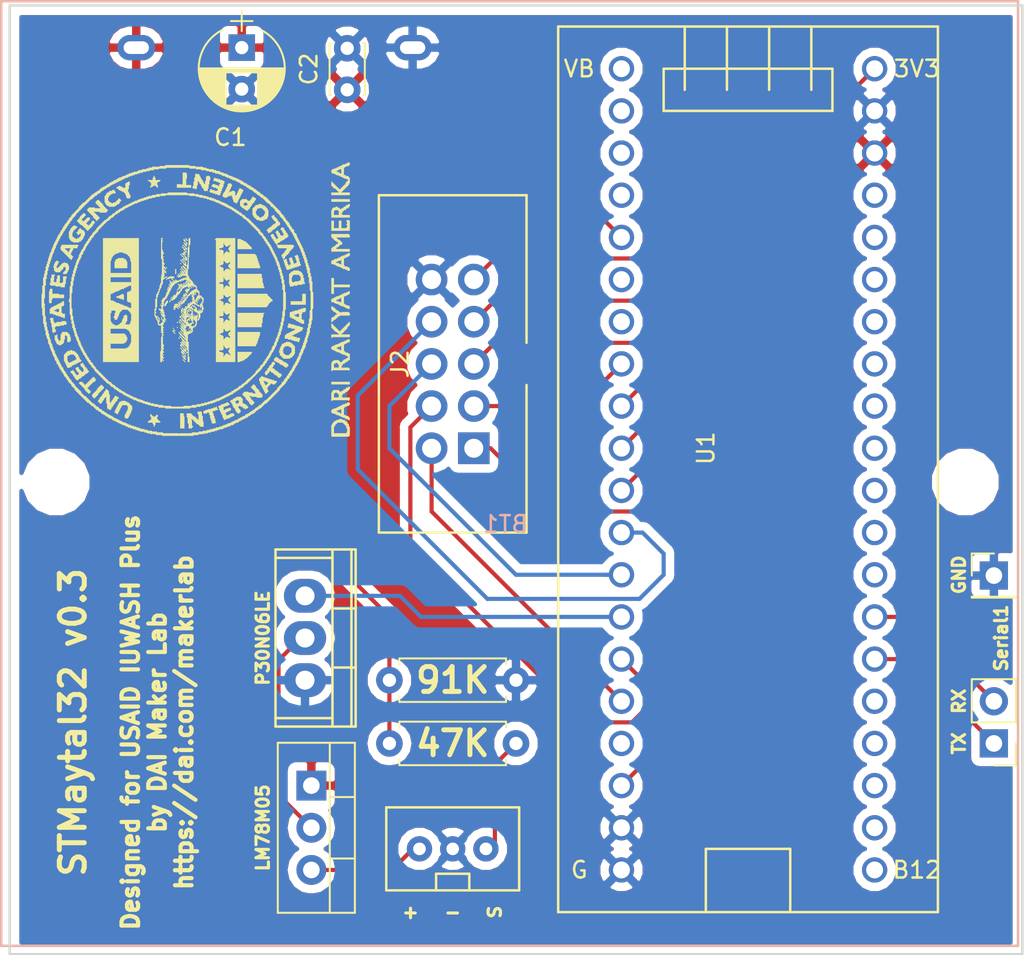
<source format=kicad_pcb>
(kicad_pcb (version 20171130) (host pcbnew "(5.0.1-3-g963ef8bb5)")
  (layers (0 F.Cu signal) (31 B.Cu signal) (34 B.Paste user) (35 F.Paste user) (36 B.SilkS user) (37 F.SilkS user) (38 B.Mask user) (39 F.Mask user) (44 Edge.Cuts user))
  (net 0 "")
  (net 1 VBAT)
  (net 2 GND)
  (net 3 "Net-(J1-Pad3)")
  (net 4 "Net-(J1-Pad1)")
  (net 5 PRESSURE)
  (net 6 "Net-(U1-Pad2)")
  (net 7 "Net-(U1-Pad4)")
  (net 8 "Net-(U1-Pad11)")
  (net 9 "Net-(U1-Pad12)")
  (net 10 RST)
  (net 11 "Net-(U1-Pad7)")
  (net 12 "Net-(U1-Pad42)")
  (net 13 "Net-(U1-Pad27)")
  (net 14 "Net-(U1-Pad32)")
  (net 15 "Net-(U1-Pad33)")
  (net 16 "Net-(U1-Pad28)")
  (net 17 "Net-(U1-Pad41)")
  (net 18 "Net-(U1-Pad40)")
  (net 19 "Net-(U1-Pad46)")
  (net 20 "Net-(U1-Pad45)")
  (net 21 G0)
  (net 22 "Net-(U1-Pad43)")
  (net 23 "Net-(U1-Pad39)")
  (net 24 Q1_BASE)
  (net 25 "Net-(Q1-Pad2)")
  (net 26 SCK-RX)
  (net 27 MISO-TX)
  (net 28 MOSI-KEY)
  (net 29 CS-RI)
  (net 30 G1-PSTAT)
  (net 31 "Net-(U1-Pad29)")
  (net 32 EN)
  (net 33 VCC)
  (net 34 "Net-(U1-Pad26)")
  (net 35 "Net-(U1-Pad25)")
  (net 36 "Net-(U1-Pad1)")
  (net 37 SERIAL1.RX)
  (net 38 SERIAL1.TX)
  (net 39 "Net-(U1-Pad3)")
  (module DAI_Maker_Lab_footprints:2x05-JTAG-type-connector (layer F.Cu) (at 121.92 95.25 270)
    (fp_text reference J2 (at 0 3.175 270) (layer F.SilkS))
    (fp_text value Conn_02x05_Counter_Clockwise hide)
    (pad 2 thru_hole circle (at 5.08 1.27 270) (size 1.905 1.905) (drill 1.143) (layers *.Cu *.Mask) (net 32 EN))
    (pad 4 thru_hole circle (at 2.54 1.27 270) (size 1.905 1.905) (drill 1.143) (layers *.Cu *.Mask) (net 30 G1-PSTAT))
    (pad 6 thru_hole circle (at 0 1.27 270) (size 1.905 1.905) (drill 1.143) (layers *.Cu *.Mask) (net 10 RST))
    (pad 8 thru_hole circle (at -2.54 1.27 270) (size 1.905 1.905) (drill 1.143) (layers *.Cu *.Mask) (net 28 MOSI-KEY))
    (pad 10 thru_hole circle (at -5.08 1.27 270) (size 1.905 1.905) (drill 1.143) (layers *.Cu *.Mask) (net 2 GND))
    (pad 1 thru_hole rect (at 5.08 -1.27 270) (size 1.905 1.905) (drill 1.143) (layers *.Cu *.Mask) (net 33 VCC))
    (pad 9 thru_hole circle (at -5.08 -1.27 270) (size 1.905 1.905) (drill 1.143) (layers *.Cu *.Mask) (net 27 MISO-TX))
    (pad 3 thru_hole circle (at 2.54 -1.27 270) (size 1.905 1.905) (drill 1.143) (layers *.Cu *.Mask) (net 21 G0))
    (pad 7 thru_hole circle (at -2.54 -1.27 270) (size 1.905 1.905) (drill 1.143) (layers *.Cu *.Mask) (net 26 SCK-RX))
    (pad 5 thru_hole circle (at 0 -1.27 270) (size 1.905 1.905) (drill 1.143) (layers *.Cu *.Mask) (net 29 CS-RI))
  )
  (module Capacitors_THT:CP_Radial_D5.0mm_P2.50mm (layer F.Cu) (at 109.22 76.2 270)
    (fp_text reference C1 (at 5.40377 0.687832) (layer F.SilkS))
    (fp_text value 10uF)
    (pad 2 thru_hole circle (at 2.5 0 270) (size 1.6 1.6) (drill 0.8) (layers *.Cu *.Mask) (net 2 GND))
    (pad 1 thru_hole rect (at 0 0 270) (size 1.6 1.6) (drill 0.8) (layers *.Cu *.Mask) (net 1 VBAT))
  )
  (module Resistors_THT:R_Axial_DIN0207_L6.3mm_D2.5mm_P7.62mm_Horizontal (layer F.Cu) (at 125.73 118.11 180)
    (fp_text reference R1 hide)
    (fp_text value 47K)
    (pad 1 thru_hole circle (at 0 0 180) (size 1.6 1.6) (drill 0.8) (layers *.Cu *.Mask) (net 3 "Net-(J1-Pad3)"))
    (pad 2 thru_hole oval (at 7.62 0 180) (size 1.6 1.6) (drill 0.8) (layers *.Cu *.Mask) (net 5 PRESSURE))
  )
  (module Resistors_THT:R_Axial_DIN0207_L6.3mm_D2.5mm_P7.62mm_Horizontal (layer F.Cu) (at 118.11 114.3)
    (fp_text reference R2 hide)
    (fp_text value 91K)
    (pad 2 thru_hole oval (at 7.62 0) (size 1.6 1.6) (drill 0.8) (layers *.Cu *.Mask) (net 2 GND))
    (pad 1 thru_hole circle (at 0 0) (size 1.6 1.6) (drill 0.8) (layers *.Cu *.Mask) (net 5 PRESSURE))
  )
  (module DAI_Maker_Lab_footprints:STM32_Blue_Pill (layer F.Cu) (at 139.7 102.87 180)
    (fp_text reference U1 (at 2.54 2.54 270) (layer F.SilkS))
    (fp_text value STM32_Blue_Pill)
    (fp_text user G (at 10.16 -22.86 180) (layer F.SilkS))
    (fp_text user B12 (at -10.16 -22.86 180) (layer F.SilkS))
    (fp_text user VB (at 10.16 25.4 180) (layer F.SilkS))
    (fp_text user 3V3 (at -10.16 25.4 180) (layer F.SilkS))
    (pad 1 thru_hole circle (at 7.62 25.4 180) (size 1.524 1.524) (drill 1.016) (layers *.Cu *.Mask) (net 36 "Net-(U1-Pad1)"))
    (pad 2 thru_hole circle (at 7.62 22.86 180) (size 1.524 1.524) (drill 1.016) (layers *.Cu *.Mask) (net 6 "Net-(U1-Pad2)"))
    (pad 3 thru_hole circle (at 7.62 20.32 180) (size 1.524 1.524) (drill 1.016) (layers *.Cu *.Mask) (net 39 "Net-(U1-Pad3)"))
    (pad 4 thru_hole circle (at 7.62 17.78 180) (size 1.524 1.524) (drill 1.016) (layers *.Cu *.Mask) (net 7 "Net-(U1-Pad4)"))
    (pad 10 thru_hole circle (at 7.62 15.24 180) (size 1.524 1.524) (drill 1.016) (layers *.Cu *.Mask) (net 5 PRESSURE))
    (pad 11 thru_hole circle (at 7.62 12.7 180) (size 1.524 1.524) (drill 1.016) (layers *.Cu *.Mask) (net 8 "Net-(U1-Pad11)"))
    (pad 12 thru_hole circle (at 7.62 10.16 180) (size 1.524 1.524) (drill 1.016) (layers *.Cu *.Mask) (net 9 "Net-(U1-Pad12)"))
    (pad 13 thru_hole circle (at 7.62 7.62 180) (size 1.524 1.524) (drill 1.016) (layers *.Cu *.Mask) (net 21 G0))
    (pad 14 thru_hole circle (at 7.62 5.08 180) (size 1.524 1.524) (drill 1.016) (layers *.Cu *.Mask) (net 29 CS-RI))
    (pad 15 thru_hole circle (at 7.62 2.54 180) (size 1.524 1.524) (drill 1.016) (layers *.Cu *.Mask) (net 26 SCK-RX))
    (pad 16 thru_hole circle (at 7.62 0 180) (size 1.524 1.524) (drill 1.016) (layers *.Cu *.Mask) (net 27 MISO-TX))
    (pad 17 thru_hole circle (at 7.62 -2.54 180) (size 1.524 1.524) (drill 1.016) (layers *.Cu *.Mask) (net 28 MOSI-KEY))
    (pad 18 thru_hole circle (at 7.62 -5.08 180) (size 1.524 1.524) (drill 1.016) (layers *.Cu *.Mask) (net 10 RST))
    (pad 19 thru_hole circle (at 7.62 -7.62 180) (size 1.524 1.524) (drill 1.016) (layers *.Cu *.Mask) (net 24 Q1_BASE))
    (pad 21 thru_hole circle (at 7.62 -10.16 180) (size 1.524 1.524) (drill 1.016) (layers *.Cu *.Mask) (net 30 G1-PSTAT))
    (pad 22 thru_hole circle (at 7.62 -12.7 180) (size 1.524 1.524) (drill 1.016) (layers *.Cu *.Mask) (net 32 EN))
    (pad 7 thru_hole circle (at 7.62 -15.24 180) (size 1.524 1.524) (drill 1.016) (layers *.Cu *.Mask) (net 11 "Net-(U1-Pad7)"))
    (pad 3V3 thru_hole circle (at 7.62 -17.78 180) (size 1.524 1.524) (drill 1.016) (layers *.Cu *.Mask) (net 33 VCC))
    (pad GND thru_hole circle (at 7.62 -20.32 180) (size 1.524 1.524) (drill 1.016) (layers *.Cu *.Mask) (net 2 GND))
    (pad GND thru_hole circle (at 7.62 -22.86 180) (size 1.524 1.524) (drill 1.016) (layers *.Cu *.Mask) (net 2 GND))
    (pad 3V3 thru_hole circle (at -7.62 25.4 180) (size 1.524 1.524) (drill 1.016) (layers *.Cu *.Mask) (net 33 VCC))
    (pad 42 thru_hole circle (at -7.62 10.16 180) (size 1.524 1.524) (drill 1.016) (layers *.Cu *.Mask) (net 12 "Net-(U1-Pad42)"))
    (pad 27 thru_hole circle (at -7.62 -17.78 180) (size 1.524 1.524) (drill 1.016) (layers *.Cu *.Mask) (net 13 "Net-(U1-Pad27)"))
    (pad 32 thru_hole circle (at -7.62 -5.08 180) (size 1.524 1.524) (drill 1.016) (layers *.Cu *.Mask) (net 14 "Net-(U1-Pad32)"))
    (pad 31 thru_hole circle (at -7.62 -7.62 180) (size 1.524 1.524) (drill 1.016) (layers *.Cu *.Mask) (net 37 SERIAL1.RX))
    (pad 33 thru_hole circle (at -7.62 -2.54 180) (size 1.524 1.524) (drill 1.016) (layers *.Cu *.Mask) (net 15 "Net-(U1-Pad33)"))
    (pad 38 thru_hole circle (at -7.62 0 180) (size 1.524 1.524) (drill 1.016) (layers *.Cu *.Mask))
    (pad 30 thru_hole circle (at -7.62 -10.16 180) (size 1.524 1.524) (drill 1.016) (layers *.Cu *.Mask) (net 38 SERIAL1.TX))
    (pad 28 thru_hole circle (at -7.62 -15.24 180) (size 1.524 1.524) (drill 1.016) (layers *.Cu *.Mask) (net 16 "Net-(U1-Pad28)"))
    (pad 26 thru_hole circle (at -7.62 -20.32 180) (size 1.524 1.524) (drill 1.016) (layers *.Cu *.Mask) (net 34 "Net-(U1-Pad26)"))
    (pad 41 thru_hole circle (at -7.62 7.62 180) (size 1.524 1.524) (drill 1.016) (layers *.Cu *.Mask) (net 17 "Net-(U1-Pad41)"))
    (pad 40 thru_hole circle (at -7.62 5.08 180) (size 1.524 1.524) (drill 1.016) (layers *.Cu *.Mask) (net 18 "Net-(U1-Pad40)"))
    (pad 29 thru_hole circle (at -7.62 -12.7 180) (size 1.524 1.524) (drill 1.016) (layers *.Cu *.Mask) (net 31 "Net-(U1-Pad29)"))
    (pad 46 thru_hole circle (at -7.62 17.78 180) (size 1.524 1.524) (drill 1.016) (layers *.Cu *.Mask) (net 19 "Net-(U1-Pad46)"))
    (pad 45 thru_hole circle (at -7.62 15.24 180) (size 1.524 1.524) (drill 1.016) (layers *.Cu *.Mask) (net 20 "Net-(U1-Pad45)"))
    (pad 5V thru_hole circle (at -7.62 20.32 180) (size 1.524 1.524) (drill 1.016) (layers *.Cu *.Mask) (net 1 VBAT))
    (pad 25 thru_hole circle (at -7.62 -22.86 180) (size 1.524 1.524) (drill 1.016) (layers *.Cu *.Mask) (net 35 "Net-(U1-Pad25)"))
    (pad GND thru_hole circle (at -7.62 22.86 180) (size 1.524 1.524) (drill 1.016) (layers *.Cu *.Mask) (net 2 GND))
    (pad 43 thru_hole circle (at -7.62 12.7 180) (size 1.524 1.524) (drill 1.016) (layers *.Cu *.Mask) (net 22 "Net-(U1-Pad43)"))
    (pad 39 thru_hole circle (at -7.62 2.54 180) (size 1.524 1.524) (drill 1.016) (layers *.Cu *.Mask) (net 23 "Net-(U1-Pad39)"))
  )
  (module Power_Integrations:TO-220 (layer F.Cu) (at 113.03 111.76 270)
    (fp_text reference Q1 hide)
    (fp_text value P30N06LE hide)
    (pad 1 thru_hole oval (at -2.54 0 270) (size 2.032 2.54) (drill 1.143) (layers *.Cu *.Mask) (net 24 Q1_BASE))
    (pad 3 thru_hole oval (at 2.54 0 270) (size 2.032 2.54) (drill 1.143) (layers *.Cu *.Mask) (net 2 GND))
    (pad 2 thru_hole oval (at 0 0 270) (size 2.032 2.54) (drill 1.143) (layers *.Cu *.Mask) (net 25 "Net-(Q1-Pad2)"))
  )
  (module TO_SOT_Packages_THT:TO-220-3_Vertical (layer F.Cu) (at 113.411 120.65 270)
    (fp_text reference U2 hide)
    (fp_text value LM78M05_TO220 hide)
    (pad 3 thru_hole oval (at 5.08 0 270) (size 1.8 1.8) (drill 1) (layers *.Cu *.Mask) (net 4 "Net-(J1-Pad1)"))
    (pad 2 thru_hole oval (at 2.54 0 270) (size 1.8 1.8) (drill 1) (layers *.Cu *.Mask) (net 25 "Net-(Q1-Pad2)"))
    (pad 1 thru_hole rect (at 0 0 270) (size 1.8 1.8) (drill 1) (layers *.Cu *.Mask) (net 1 VBAT))
  )
  (module Capacitors_THT:C_Disc_D3.0mm_W2.0mm_P2.50mm (layer F.Cu) (at 115.57 78.74 90)
    (fp_text reference C2 (at 1.25 -2.31 90) (layer F.SilkS))
    (fp_text value 0.1uF)
    (pad 2 thru_hole circle (at 2.5 0 90) (size 1.6 1.6) (drill 0.8) (layers *.Cu *.Mask) (net 2 GND))
    (pad 1 thru_hole circle (at 0 0 90) (size 1.6 1.6) (drill 0.8) (layers *.Cu *.Mask) (net 1 VBAT))
  )
  (module Pin_Headers:Pin_Header_Straight_1x01_Pitch2.54mm (layer F.Cu) (at 154.5 108)
    (fp_text reference J3 hide)
    (fp_text value Conn_01x01_Male hide)
    (pad 1 thru_hole rect (at 0 0) (size 1.7 1.7) (drill 1) (layers *.Cu *.Mask) (net 2 GND))
  )
  (module Pin_Headers:Pin_Header_Straight_1x02_Pitch2.54mm (layer F.Cu) (at 154.5 118.11 180)
    (fp_text reference J4 hide)
    (fp_text value Conn_01x02_Male hide)
    (pad 2 thru_hole oval (at 0 2.54 180) (size 1.7 1.7) (drill 1) (layers *.Cu *.Mask) (net 37 SERIAL1.RX))
    (pad 1 thru_hole rect (at 0 0 180) (size 1.7 1.7) (drill 1) (layers *.Cu *.Mask) (net 38 SERIAL1.TX))
  )
  (module DAI_Maker_Lab_footprints:dari_rakyat_america_narrow (layer F.Cu) (at 96.52 100.33 90)
    (fp_text reference "" hide)
    (fp_text value "" (at 0 0 90) (layer F.SilkS) (effects (font (size 1.27 1.27))))
  )
  (module DAI_Maker_Lab_footprints:BC4AAPC_Battery_Holder (layer B.Cu) (at 125.095 102.87 180)
    (fp_text reference BT1 (at 0 -2.032 180) (layer B.SilkS) (effects (justify mirror)))
    (fp_text value Battery)
    (pad "" np_thru_hole circle (at 27.051 0.508 180) (size 3 3) (drill 3) (layers *.Cu *.Mask))
    (pad "" np_thru_hole circle (at -27.686 0.508 180) (size 3 3) (drill 3) (layers *.Cu *.Mask))
    (pad 2 thru_hole oval (at 5.588 26.67 180) (size 2.286 1.524) (drill oval 1.524 0.762) (layers *.Cu *.Mask) (net 2 GND))
    (pad 1 thru_hole oval (at 22.225 26.67 180) (size 2.286 1.524) (drill oval 1.524 0.762) (layers *.Cu *.Mask) (net 1 VBAT))
  )
  (module DAI_Maker_Lab_footprints:JST-PH-2.0-3_pin (layer F.Cu) (at 121.92 124.46 90)
    (fp_text reference J1 hide)
    (fp_text value Conn_01x03_Male hide)
    (pad 2 thru_hole circle (at 0 0 90) (size 1.524 1.524) (drill 0.762) (layers *.Cu *.Mask) (net 2 GND))
    (pad 1 thru_hole circle (at 0 -2 90) (size 1.524 1.524) (drill 0.762) (layers *.Cu *.Mask) (net 4 "Net-(J1-Pad1)"))
    (pad 3 thru_hole circle (at 0 2 90) (size 1.524 1.524) (drill 0.762) (layers *.Cu *.Mask) (net 3 "Net-(J1-Pad3)"))
  )
  (gr_text Serial1 (at 154.94 111.76 90) (layer F.SilkS) (effects (font (size 0.75 0.75) (thickness 0.1875))))
  (gr_text P30N06LE (at 110.49 111.76 90) (layer F.SilkS) (effects (font (size 0.75 0.75) (thickness 0.1875))))
  (gr_text LM78M05 (at 110.49 123.19 90) (layer F.SilkS) (effects (font (size 0.75 0.75) (thickness 0.1875))))
  (gr_text 47K (at 121.92 118.11) (layer F.SilkS) (effects (font (size 1.5 1.5) (thickness 0.3))))
  (gr_text 91K (at 121.92 114.3) (layer F.SilkS) (effects (font (size 1.5 1.5) (thickness 0.3))))
  (gr_text TX (at 152.4 118.11 90) (layer F.SilkS) (effects (font (size 0.75 0.75) (thickness 0.1875))))
  (gr_text RX (at 152.4 115.57 90) (layer F.SilkS) (effects (font (size 0.75 0.75) (thickness 0.1875))))
  (gr_text GND (at 152.4 107.95 90) (layer F.SilkS) (effects (font (size 0.75 0.75) (thickness 0.1875))))
  (gr_text S (at 124.46 128.27 90) (layer F.SilkS) (effects (font (size 0.75 0.75) (thickness 0.1875))))
  (gr_text - (at 121.92 128.27) (layer F.SilkS) (effects (font (size 0.75 0.75) (thickness 0.1875))))
  (gr_text + (at 119.38 128.27) (layer F.SilkS) (effects (font (size 0.75 0.75) (thickness 0.1875))))
  (gr_line (start 95.25 130.81) (end 95.25 73.66) (layer Edge.Cuts) (width 0.15))
  (gr_line (start 156.21 130.81) (end 95.25 130.81) (layer Edge.Cuts) (width 0.15))
  (gr_line (start 156.21 73.66) (end 156.21 130.81) (layer Edge.Cuts) (width 0.15))
  (gr_line (start 95.25 73.66) (end 156.21 73.66) (layer Edge.Cuts) (width 0.15))
  (gr_text "Designed for USAID IUWASH Plus\nby DAI Maker Lab\nhttps://dai.com/makerlab" (at 104.14 116.84 90) (layer F.SilkS) (effects (font (size 1 1) (thickness 0.25))))
  (gr_text "STMaytal32 v0.3" (at 99.06 116.84 90) (layer F.SilkS) (effects (font (size 1.5 1.5) (thickness 0.3))))
  (segment (start 124.46 119.38) (end 125.73 118.11) (width 0.25) (layer F.Cu) (net 3))
  (segment (start 124.46 124.46) (end 124.46 119.38) (width 0.25) (layer F.Cu) (net 3))
  (segment (start 119.38 124.61) (end 119.38 124.46) (width 0.25) (layer F.Cu) (net 4))
  (segment (start 118.26 125.73) (end 119.38 124.61) (width 0.25) (layer F.Cu) (net 4))
  (segment (start 113.411 125.73) (end 118.26 125.73) (width 0.25) (layer F.Cu) (net 4))
  (segment (start 118.11 118.11) (end 118.11 114.3) (width 0.25) (layer F.Cu) (net 5))
  (segment (start 118.11 114.3) (end 118.11 110.49) (width 0.25) (layer F.Cu) (net 5))
  (segment (start 118.11 110.49) (end 114.3 106.68) (width 0.25) (layer F.Cu) (net 5))
  (segment (start 114.3 106.68) (end 114.3 87.63) (width 0.25) (layer F.Cu) (net 5))
  (segment (start 114.3 87.63) (end 118.11 83.82) (width 0.25) (layer F.Cu) (net 5))
  (segment (start 128.27 83.82) (end 132.08 87.63) (width 0.25) (layer F.Cu) (net 5))
  (segment (start 118.11 83.82) (end 128.27 83.82) (width 0.25) (layer F.Cu) (net 5))
  (segment (start 131.00237 107.95) (end 132.08 107.95) (width 0.25) (layer B.Cu) (net 10))
  (segment (start 125.73 107.95) (end 132.08 107.95) (width 0.25) (layer B.Cu) (net 10))
  (segment (start 118.11 100.33) (end 125.73 107.95) (width 0.25) (layer B.Cu) (net 10))
  (segment (start 118.11 97.79) (end 118.11 100.33) (width 0.25) (layer B.Cu) (net 10))
  (segment (start 120.65 95.25) (end 118.11 97.79) (width 0.25) (layer B.Cu) (net 10))
  (segment (start 129.54 97.79) (end 132.08 95.25) (width 0.25) (layer F.Cu) (net 21))
  (segment (start 123.19 97.79) (end 129.54 97.79) (width 0.25) (layer F.Cu) (net 21))
  (segment (start 132.08 110.49) (end 120.015 110.49) (width 0.25) (layer B.Cu) (net 24))
  (segment (start 118.745 109.22) (end 113.03 109.22) (width 0.25) (layer B.Cu) (net 24))
  (segment (start 120.015 110.49) (end 118.745 109.22) (width 0.25) (layer B.Cu) (net 24))
  (segment (start 111.43499 113.10101) (end 112.776 111.76) (width 0.25) (layer F.Cu) (net 25))
  (segment (start 111.43499 121.21399) (end 111.43499 113.10101) (width 0.25) (layer F.Cu) (net 25))
  (segment (start 112.776 111.76) (end 113.03 111.76) (width 0.25) (layer F.Cu) (net 25))
  (segment (start 113.411 123.19) (end 111.43499 121.21399) (width 0.25) (layer F.Cu) (net 25))
  (segment (start 123.19 92.71) (end 124.46 91.44) (width 0.25) (layer F.Cu) (net 26))
  (segment (start 124.46 91.44) (end 134.62 91.44) (width 0.25) (layer F.Cu) (net 26))
  (segment (start 134.62 91.44) (end 135.89 92.71) (width 0.25) (layer F.Cu) (net 26))
  (segment (start 135.89 96.52) (end 132.08 100.33) (width 0.25) (layer F.Cu) (net 26))
  (segment (start 135.89 92.71) (end 135.89 96.52) (width 0.25) (layer F.Cu) (net 26))
  (segment (start 123.19 90.17) (end 124.46 88.9) (width 0.25) (layer F.Cu) (net 27))
  (segment (start 124.46 88.9) (end 133.35 88.9) (width 0.25) (layer F.Cu) (net 27))
  (segment (start 137.16 97.79) (end 132.08 102.87) (width 0.25) (layer F.Cu) (net 27))
  (segment (start 137.16 97.79) (end 137.16 92.075) (width 0.25) (layer F.Cu) (net 27))
  (segment (start 137.16 92.075) (end 133.985 88.9) (width 0.25) (layer F.Cu) (net 27))
  (segment (start 133.985 88.9) (end 133.35 88.9) (width 0.25) (layer F.Cu) (net 27))
  (segment (start 120.65 92.71) (end 116.205 97.155) (width 0.25) (layer B.Cu) (net 28))
  (segment (start 116.205 97.155) (end 116.205 101.6) (width 0.25) (layer B.Cu) (net 28))
  (segment (start 124.007999 109.402999) (end 133.167001 109.402999) (width 0.25) (layer B.Cu) (net 28))
  (segment (start 116.205 101.6) (end 124.007999 109.402999) (width 0.25) (layer B.Cu) (net 28))
  (segment (start 133.167001 109.402999) (end 134.62 107.95) (width 0.25) (layer B.Cu) (net 28))
  (segment (start 134.62 107.95) (end 134.62 106.68) (width 0.25) (layer B.Cu) (net 28))
  (segment (start 134.62 106.68) (end 133.35 105.41) (width 0.25) (layer B.Cu) (net 28))
  (segment (start 133.35 105.41) (end 132.08 105.41) (width 0.25) (layer B.Cu) (net 28))
  (segment (start 134.62 95.25) (end 132.08 97.79) (width 0.25) (layer F.Cu) (net 29))
  (segment (start 133.35 93.98) (end 134.62 95.25) (width 0.25) (layer F.Cu) (net 29))
  (segment (start 124.46 93.98) (end 133.35 93.98) (width 0.25) (layer F.Cu) (net 29))
  (segment (start 123.19 95.25) (end 124.46 93.98) (width 0.25) (layer F.Cu) (net 29))
  (segment (start 119.372499 106.277497) (end 129.935002 116.84) (width 0.25) (layer F.Cu) (net 30))
  (segment (start 119.372499 99.067501) (end 119.372499 106.277497) (width 0.25) (layer F.Cu) (net 30))
  (segment (start 120.65 97.79) (end 119.372499 99.067501) (width 0.25) (layer F.Cu) (net 30))
  (segment (start 129.935002 116.84) (end 132.715 116.84) (width 0.25) (layer F.Cu) (net 30))
  (segment (start 132.715 116.84) (end 133.985 115.57) (width 0.25) (layer F.Cu) (net 30))
  (segment (start 133.985 114.935) (end 132.08 113.03) (width 0.25) (layer F.Cu) (net 30))
  (segment (start 133.985 115.57) (end 133.985 114.935) (width 0.25) (layer F.Cu) (net 30))
  (segment (start 120.65 104.14) (end 132.08 115.57) (width 0.25) (layer F.Cu) (net 32))
  (segment (start 120.65 100.33) (end 120.65 104.14) (width 0.25) (layer F.Cu) (net 32))
  (segment (start 146.558001 78.231999) (end 147.32 77.47) (width 0.25) (layer F.Cu) (net 33))
  (segment (start 124.202 100.33) (end 128.012 104.14) (width 0.25) (layer F.Cu) (net 33))
  (segment (start 123.19 100.33) (end 124.202 100.33) (width 0.25) (layer F.Cu) (net 33))
  (segment (start 128.012 104.14) (end 133.35 104.14) (width 0.25) (layer F.Cu) (net 33))
  (segment (start 133.35 104.14) (end 140.97 96.52) (width 0.25) (layer F.Cu) (net 33))
  (segment (start 140.97 83.82) (end 147.32 77.47) (width 0.25) (layer F.Cu) (net 33))
  (segment (start 140.97 96.52) (end 140.97 83.82) (width 0.25) (layer F.Cu) (net 33))
  (segment (start 140.97 111.76) (end 140.97 96.52) (width 0.25) (layer F.Cu) (net 33))
  (segment (start 132.08 120.65) (end 140.97 111.76) (width 0.25) (layer F.Cu) (net 33))
  (segment (start 149.42 110.49) (end 154.5 115.57) (width 0.25) (layer F.Cu) (net 37))
  (segment (start 147.32 110.49) (end 149.42 110.49) (width 0.25) (layer F.Cu) (net 37))
  (segment (start 149.42 113.03) (end 154.5 118.11) (width 0.25) (layer F.Cu) (net 38))
  (segment (start 147.32 113.03) (end 149.42 113.03) (width 0.25) (layer F.Cu) (net 38))
  (zone (net 1) (net_name VBAT) (layer F.Cu) (connect_pads (clearance 0.508)) (min_thickness 0.254) (fill yes (arc_segments 16) (thermal_gap 0.508) (thermal_bridge_width 0.508))
    (polygon (pts (xy 95.25 73.66) (xy 156.21 73.66) (xy 156.21 130.81) (xy 95.25 130.81)))
  )
  (zone (net 2) (net_name GND) (layer B.Cu) (connect_pads (clearance 0.508)) (min_thickness 0.254) (fill yes (arc_segments 16) (thermal_gap 0.508) (thermal_bridge_width 0.508))
    (polygon (pts (xy 95.25 73.66) (xy 156.21 73.66) (xy 156.21 130.81) (xy 95.25 130.81)))
  )
)
</source>
